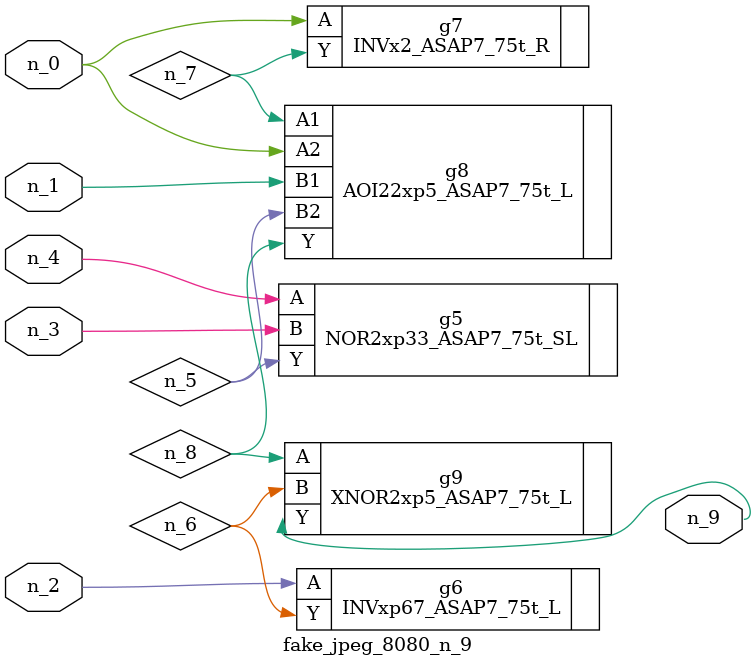
<source format=v>
module fake_jpeg_8080_n_9 (n_3, n_2, n_1, n_0, n_4, n_9);

input n_3;
input n_2;
input n_1;
input n_0;
input n_4;

output n_9;

wire n_8;
wire n_6;
wire n_5;
wire n_7;

NOR2xp33_ASAP7_75t_SL g5 ( 
.A(n_4),
.B(n_3),
.Y(n_5)
);

INVxp67_ASAP7_75t_L g6 ( 
.A(n_2),
.Y(n_6)
);

INVx2_ASAP7_75t_R g7 ( 
.A(n_0),
.Y(n_7)
);

AOI22xp5_ASAP7_75t_L g8 ( 
.A1(n_7),
.A2(n_0),
.B1(n_1),
.B2(n_5),
.Y(n_8)
);

XNOR2xp5_ASAP7_75t_L g9 ( 
.A(n_8),
.B(n_6),
.Y(n_9)
);


endmodule
</source>
